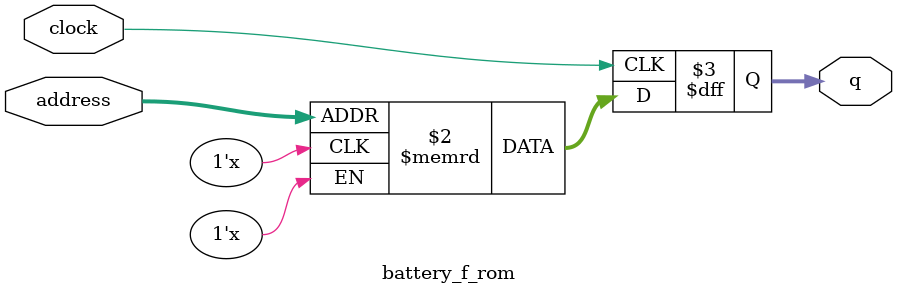
<source format=sv>
module battery_f_rom (
	input logic clock,
	input logic [10:0] address,
	output logic [3:0] q
);

logic [3:0] memory [0:1363] /* synthesis ram_init_file = "./battery_f/battery_f.mif" */;

always_ff @ (posedge clock) begin
	q <= memory[address];
end

endmodule

</source>
